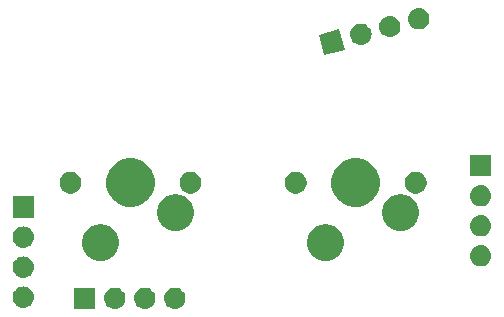
<source format=gbr>
G04 #@! TF.GenerationSoftware,KiCad,Pcbnew,(5.1.4)-1*
G04 #@! TF.CreationDate,2023-06-17T18:33:41-04:00*
G04 #@! TF.ProjectId,ThumbsUp,5468756d-6273-4557-902e-6b696361645f,rev?*
G04 #@! TF.SameCoordinates,Original*
G04 #@! TF.FileFunction,Soldermask,Top*
G04 #@! TF.FilePolarity,Negative*
%FSLAX46Y46*%
G04 Gerber Fmt 4.6, Leading zero omitted, Abs format (unit mm)*
G04 Created by KiCad (PCBNEW (5.1.4)-1) date 2023-06-17 18:33:41*
%MOMM*%
%LPD*%
G04 APERTURE LIST*
%ADD10C,0.100000*%
G04 APERTURE END LIST*
D10*
G36*
X101321113Y-356280093D02*
G01*
X101387297Y-356286611D01*
X101557136Y-356338131D01*
X101713661Y-356421796D01*
X101733047Y-356437706D01*
X101850856Y-356534388D01*
X101934118Y-356635845D01*
X101963448Y-356671583D01*
X102047113Y-356828108D01*
X102098633Y-356997947D01*
X102116029Y-357174574D01*
X102098633Y-357351201D01*
X102047113Y-357521040D01*
X101963448Y-357677565D01*
X101934118Y-357713303D01*
X101850856Y-357814760D01*
X101749399Y-357898022D01*
X101713661Y-357927352D01*
X101557136Y-358011017D01*
X101387297Y-358062537D01*
X101321113Y-358069055D01*
X101254930Y-358075574D01*
X101166410Y-358075574D01*
X101100227Y-358069055D01*
X101034043Y-358062537D01*
X100864204Y-358011017D01*
X100707679Y-357927352D01*
X100671941Y-357898022D01*
X100570484Y-357814760D01*
X100487222Y-357713303D01*
X100457892Y-357677565D01*
X100374227Y-357521040D01*
X100322707Y-357351201D01*
X100305311Y-357174574D01*
X100322707Y-356997947D01*
X100374227Y-356828108D01*
X100457892Y-356671583D01*
X100487222Y-356635845D01*
X100570484Y-356534388D01*
X100688293Y-356437706D01*
X100707679Y-356421796D01*
X100864204Y-356338131D01*
X101034043Y-356286611D01*
X101100227Y-356280093D01*
X101166410Y-356273574D01*
X101254930Y-356273574D01*
X101321113Y-356280093D01*
X101321113Y-356280093D01*
G37*
G36*
X99571670Y-358075574D02*
G01*
X97769670Y-358075574D01*
X97769670Y-356273574D01*
X99571670Y-356273574D01*
X99571670Y-358075574D01*
X99571670Y-358075574D01*
G37*
G36*
X106401113Y-356280093D02*
G01*
X106467297Y-356286611D01*
X106637136Y-356338131D01*
X106793661Y-356421796D01*
X106813047Y-356437706D01*
X106930856Y-356534388D01*
X107014118Y-356635845D01*
X107043448Y-356671583D01*
X107127113Y-356828108D01*
X107178633Y-356997947D01*
X107196029Y-357174574D01*
X107178633Y-357351201D01*
X107127113Y-357521040D01*
X107043448Y-357677565D01*
X107014118Y-357713303D01*
X106930856Y-357814760D01*
X106829399Y-357898022D01*
X106793661Y-357927352D01*
X106637136Y-358011017D01*
X106467297Y-358062537D01*
X106401113Y-358069055D01*
X106334930Y-358075574D01*
X106246410Y-358075574D01*
X106180227Y-358069055D01*
X106114043Y-358062537D01*
X105944204Y-358011017D01*
X105787679Y-357927352D01*
X105751941Y-357898022D01*
X105650484Y-357814760D01*
X105567222Y-357713303D01*
X105537892Y-357677565D01*
X105454227Y-357521040D01*
X105402707Y-357351201D01*
X105385311Y-357174574D01*
X105402707Y-356997947D01*
X105454227Y-356828108D01*
X105537892Y-356671583D01*
X105567222Y-356635845D01*
X105650484Y-356534388D01*
X105768293Y-356437706D01*
X105787679Y-356421796D01*
X105944204Y-356338131D01*
X106114043Y-356286611D01*
X106180227Y-356280093D01*
X106246410Y-356273574D01*
X106334930Y-356273574D01*
X106401113Y-356280093D01*
X106401113Y-356280093D01*
G37*
G36*
X103861113Y-356280093D02*
G01*
X103927297Y-356286611D01*
X104097136Y-356338131D01*
X104253661Y-356421796D01*
X104273047Y-356437706D01*
X104390856Y-356534388D01*
X104474118Y-356635845D01*
X104503448Y-356671583D01*
X104587113Y-356828108D01*
X104638633Y-356997947D01*
X104656029Y-357174574D01*
X104638633Y-357351201D01*
X104587113Y-357521040D01*
X104503448Y-357677565D01*
X104474118Y-357713303D01*
X104390856Y-357814760D01*
X104289399Y-357898022D01*
X104253661Y-357927352D01*
X104097136Y-358011017D01*
X103927297Y-358062537D01*
X103861113Y-358069055D01*
X103794930Y-358075574D01*
X103706410Y-358075574D01*
X103640227Y-358069055D01*
X103574043Y-358062537D01*
X103404204Y-358011017D01*
X103247679Y-357927352D01*
X103211941Y-357898022D01*
X103110484Y-357814760D01*
X103027222Y-357713303D01*
X102997892Y-357677565D01*
X102914227Y-357521040D01*
X102862707Y-357351201D01*
X102845311Y-357174574D01*
X102862707Y-356997947D01*
X102914227Y-356828108D01*
X102997892Y-356671583D01*
X103027222Y-356635845D01*
X103110484Y-356534388D01*
X103228293Y-356437706D01*
X103247679Y-356421796D01*
X103404204Y-356338131D01*
X103574043Y-356286611D01*
X103640227Y-356280093D01*
X103706410Y-356273574D01*
X103794930Y-356273574D01*
X103861113Y-356280093D01*
X103861113Y-356280093D01*
G37*
G36*
X93573822Y-356183410D02*
G01*
X93640007Y-356189929D01*
X93809846Y-356241449D01*
X93966371Y-356325114D01*
X93982232Y-356338131D01*
X94103566Y-356437706D01*
X94186828Y-356539163D01*
X94216158Y-356574901D01*
X94299823Y-356731426D01*
X94351343Y-356901265D01*
X94368739Y-357077892D01*
X94351343Y-357254519D01*
X94299823Y-357424358D01*
X94216158Y-357580883D01*
X94186828Y-357616621D01*
X94103566Y-357718078D01*
X94002109Y-357801340D01*
X93966371Y-357830670D01*
X93809846Y-357914335D01*
X93640007Y-357965855D01*
X93573823Y-357972373D01*
X93507640Y-357978892D01*
X93419120Y-357978892D01*
X93352937Y-357972373D01*
X93286753Y-357965855D01*
X93116914Y-357914335D01*
X92960389Y-357830670D01*
X92924651Y-357801340D01*
X92823194Y-357718078D01*
X92739932Y-357616621D01*
X92710602Y-357580883D01*
X92626937Y-357424358D01*
X92575417Y-357254519D01*
X92558021Y-357077892D01*
X92575417Y-356901265D01*
X92626937Y-356731426D01*
X92710602Y-356574901D01*
X92739932Y-356539163D01*
X92823194Y-356437706D01*
X92944528Y-356338131D01*
X92960389Y-356325114D01*
X93116914Y-356241449D01*
X93286753Y-356189929D01*
X93352938Y-356183410D01*
X93419120Y-356176892D01*
X93507640Y-356176892D01*
X93573822Y-356183410D01*
X93573822Y-356183410D01*
G37*
G36*
X93573822Y-353643410D02*
G01*
X93640007Y-353649929D01*
X93809846Y-353701449D01*
X93966371Y-353785114D01*
X94002109Y-353814444D01*
X94103566Y-353897706D01*
X94155884Y-353961457D01*
X94216158Y-354034901D01*
X94299823Y-354191426D01*
X94351343Y-354361265D01*
X94368739Y-354537892D01*
X94351343Y-354714519D01*
X94299823Y-354884358D01*
X94216158Y-355040883D01*
X94186828Y-355076621D01*
X94103566Y-355178078D01*
X94002109Y-355261340D01*
X93966371Y-355290670D01*
X93809846Y-355374335D01*
X93640007Y-355425855D01*
X93573822Y-355432374D01*
X93507640Y-355438892D01*
X93419120Y-355438892D01*
X93352938Y-355432374D01*
X93286753Y-355425855D01*
X93116914Y-355374335D01*
X92960389Y-355290670D01*
X92924651Y-355261340D01*
X92823194Y-355178078D01*
X92739932Y-355076621D01*
X92710602Y-355040883D01*
X92626937Y-354884358D01*
X92575417Y-354714519D01*
X92558021Y-354537892D01*
X92575417Y-354361265D01*
X92626937Y-354191426D01*
X92710602Y-354034901D01*
X92770876Y-353961457D01*
X92823194Y-353897706D01*
X92924651Y-353814444D01*
X92960389Y-353785114D01*
X93116914Y-353701449D01*
X93286753Y-353649929D01*
X93352938Y-353643410D01*
X93419120Y-353636892D01*
X93507640Y-353636892D01*
X93573822Y-353643410D01*
X93573822Y-353643410D01*
G37*
G36*
X132292302Y-352684232D02*
G01*
X132358486Y-352690750D01*
X132528325Y-352742270D01*
X132684850Y-352825935D01*
X132695084Y-352834334D01*
X132822045Y-352938527D01*
X132905307Y-353039984D01*
X132934637Y-353075722D01*
X133018302Y-353232247D01*
X133069822Y-353402086D01*
X133087218Y-353578713D01*
X133069822Y-353755340D01*
X133018302Y-353925179D01*
X132934637Y-354081704D01*
X132905307Y-354117442D01*
X132822045Y-354218899D01*
X132720588Y-354302161D01*
X132684850Y-354331491D01*
X132528325Y-354415156D01*
X132358486Y-354466676D01*
X132292302Y-354473194D01*
X132226119Y-354479713D01*
X132137599Y-354479713D01*
X132071416Y-354473194D01*
X132005232Y-354466676D01*
X131835393Y-354415156D01*
X131678868Y-354331491D01*
X131643130Y-354302161D01*
X131541673Y-354218899D01*
X131458411Y-354117442D01*
X131429081Y-354081704D01*
X131345416Y-353925179D01*
X131293896Y-353755340D01*
X131276500Y-353578713D01*
X131293896Y-353402086D01*
X131345416Y-353232247D01*
X131429081Y-353075722D01*
X131458411Y-353039984D01*
X131541673Y-352938527D01*
X131668634Y-352834334D01*
X131678868Y-352825935D01*
X131835393Y-352742270D01*
X132005232Y-352690750D01*
X132071416Y-352684232D01*
X132137599Y-352677713D01*
X132226119Y-352677713D01*
X132292302Y-352684232D01*
X132292302Y-352684232D01*
G37*
G36*
X119362585Y-350948863D02*
G01*
X119512410Y-350978665D01*
X119794674Y-351095582D01*
X120048705Y-351265320D01*
X120264741Y-351481356D01*
X120434479Y-351735387D01*
X120551396Y-352017651D01*
X120551396Y-352017652D01*
X120611000Y-352317300D01*
X120611000Y-352622822D01*
X120607965Y-352638078D01*
X120551396Y-352922471D01*
X120434479Y-353204735D01*
X120264741Y-353458766D01*
X120048705Y-353674802D01*
X119794674Y-353844540D01*
X119512410Y-353961457D01*
X119362585Y-353991259D01*
X119212761Y-354021061D01*
X118907239Y-354021061D01*
X118757415Y-353991259D01*
X118607590Y-353961457D01*
X118325326Y-353844540D01*
X118071295Y-353674802D01*
X117855259Y-353458766D01*
X117685521Y-353204735D01*
X117568604Y-352922471D01*
X117512035Y-352638078D01*
X117509000Y-352622822D01*
X117509000Y-352317300D01*
X117568604Y-352017652D01*
X117568604Y-352017651D01*
X117685521Y-351735387D01*
X117855259Y-351481356D01*
X118071295Y-351265320D01*
X118325326Y-351095582D01*
X118607590Y-350978665D01*
X118757415Y-350948863D01*
X118907239Y-350919061D01*
X119212761Y-350919061D01*
X119362585Y-350948863D01*
X119362585Y-350948863D01*
G37*
G36*
X100298631Y-350948863D02*
G01*
X100448456Y-350978665D01*
X100730720Y-351095582D01*
X100984751Y-351265320D01*
X101200787Y-351481356D01*
X101370525Y-351735387D01*
X101487442Y-352017651D01*
X101487442Y-352017652D01*
X101547046Y-352317300D01*
X101547046Y-352622822D01*
X101544011Y-352638078D01*
X101487442Y-352922471D01*
X101370525Y-353204735D01*
X101200787Y-353458766D01*
X100984751Y-353674802D01*
X100730720Y-353844540D01*
X100448456Y-353961457D01*
X100298631Y-353991259D01*
X100148807Y-354021061D01*
X99843285Y-354021061D01*
X99693461Y-353991259D01*
X99543636Y-353961457D01*
X99261372Y-353844540D01*
X99007341Y-353674802D01*
X98791305Y-353458766D01*
X98621567Y-353204735D01*
X98504650Y-352922471D01*
X98448081Y-352638078D01*
X98445046Y-352622822D01*
X98445046Y-352317300D01*
X98504650Y-352017652D01*
X98504650Y-352017651D01*
X98621567Y-351735387D01*
X98791305Y-351481356D01*
X99007341Y-351265320D01*
X99261372Y-351095582D01*
X99543636Y-350978665D01*
X99693461Y-350948863D01*
X99843285Y-350919061D01*
X100148807Y-350919061D01*
X100298631Y-350948863D01*
X100298631Y-350948863D01*
G37*
G36*
X93573823Y-351103411D02*
G01*
X93640007Y-351109929D01*
X93809846Y-351161449D01*
X93966371Y-351245114D01*
X93990992Y-351265320D01*
X94103566Y-351357706D01*
X94155884Y-351421457D01*
X94216158Y-351494901D01*
X94299823Y-351651426D01*
X94351343Y-351821265D01*
X94368739Y-351997892D01*
X94351343Y-352174519D01*
X94299823Y-352344358D01*
X94216158Y-352500883D01*
X94186828Y-352536621D01*
X94103566Y-352638078D01*
X94002109Y-352721340D01*
X93966371Y-352750670D01*
X93809846Y-352834335D01*
X93640007Y-352885855D01*
X93573823Y-352892373D01*
X93507640Y-352898892D01*
X93419120Y-352898892D01*
X93352937Y-352892373D01*
X93286753Y-352885855D01*
X93116914Y-352834335D01*
X92960389Y-352750670D01*
X92924651Y-352721340D01*
X92823194Y-352638078D01*
X92739932Y-352536621D01*
X92710602Y-352500883D01*
X92626937Y-352344358D01*
X92575417Y-352174519D01*
X92558021Y-351997892D01*
X92575417Y-351821265D01*
X92626937Y-351651426D01*
X92710602Y-351494901D01*
X92770876Y-351421457D01*
X92823194Y-351357706D01*
X92935768Y-351265320D01*
X92960389Y-351245114D01*
X93116914Y-351161449D01*
X93286753Y-351109929D01*
X93352937Y-351103411D01*
X93419120Y-351096892D01*
X93507640Y-351096892D01*
X93573823Y-351103411D01*
X93573823Y-351103411D01*
G37*
G36*
X132292301Y-350144231D02*
G01*
X132358486Y-350150750D01*
X132528325Y-350202270D01*
X132684850Y-350285935D01*
X132720588Y-350315265D01*
X132822045Y-350398527D01*
X132905307Y-350499984D01*
X132934637Y-350535722D01*
X133018302Y-350692247D01*
X133069822Y-350862086D01*
X133087218Y-351038713D01*
X133069822Y-351215340D01*
X133018302Y-351385179D01*
X132934637Y-351541704D01*
X132905307Y-351577442D01*
X132822045Y-351678899D01*
X132720588Y-351762161D01*
X132684850Y-351791491D01*
X132528325Y-351875156D01*
X132358486Y-351926676D01*
X132292302Y-351933194D01*
X132226119Y-351939713D01*
X132137599Y-351939713D01*
X132071416Y-351933194D01*
X132005232Y-351926676D01*
X131835393Y-351875156D01*
X131678868Y-351791491D01*
X131643130Y-351762161D01*
X131541673Y-351678899D01*
X131458411Y-351577442D01*
X131429081Y-351541704D01*
X131345416Y-351385179D01*
X131293896Y-351215340D01*
X131276500Y-351038713D01*
X131293896Y-350862086D01*
X131345416Y-350692247D01*
X131429081Y-350535722D01*
X131458411Y-350499984D01*
X131541673Y-350398527D01*
X131643130Y-350315265D01*
X131678868Y-350285935D01*
X131835393Y-350202270D01*
X132005232Y-350150750D01*
X132071417Y-350144231D01*
X132137599Y-350137713D01*
X132226119Y-350137713D01*
X132292301Y-350144231D01*
X132292301Y-350144231D01*
G37*
G36*
X106648631Y-348408863D02*
G01*
X106798456Y-348438665D01*
X107080720Y-348555582D01*
X107334751Y-348725320D01*
X107550787Y-348941356D01*
X107720525Y-349195387D01*
X107837442Y-349477651D01*
X107897046Y-349777301D01*
X107897046Y-350082821D01*
X107837442Y-350382471D01*
X107720525Y-350664735D01*
X107550787Y-350918766D01*
X107334751Y-351134802D01*
X107080720Y-351304540D01*
X106798456Y-351421457D01*
X106648631Y-351451259D01*
X106498807Y-351481061D01*
X106193285Y-351481061D01*
X106043461Y-351451259D01*
X105893636Y-351421457D01*
X105611372Y-351304540D01*
X105357341Y-351134802D01*
X105141305Y-350918766D01*
X104971567Y-350664735D01*
X104854650Y-350382471D01*
X104795046Y-350082821D01*
X104795046Y-349777301D01*
X104854650Y-349477651D01*
X104971567Y-349195387D01*
X105141305Y-348941356D01*
X105357341Y-348725320D01*
X105611372Y-348555582D01*
X105893636Y-348438665D01*
X106043461Y-348408863D01*
X106193285Y-348379061D01*
X106498807Y-348379061D01*
X106648631Y-348408863D01*
X106648631Y-348408863D01*
G37*
G36*
X125712585Y-348408863D02*
G01*
X125862410Y-348438665D01*
X126144674Y-348555582D01*
X126398705Y-348725320D01*
X126614741Y-348941356D01*
X126784479Y-349195387D01*
X126901396Y-349477651D01*
X126961000Y-349777301D01*
X126961000Y-350082821D01*
X126901396Y-350382471D01*
X126784479Y-350664735D01*
X126614741Y-350918766D01*
X126398705Y-351134802D01*
X126144674Y-351304540D01*
X125862410Y-351421457D01*
X125712585Y-351451259D01*
X125562761Y-351481061D01*
X125257239Y-351481061D01*
X125107415Y-351451259D01*
X124957590Y-351421457D01*
X124675326Y-351304540D01*
X124421295Y-351134802D01*
X124205259Y-350918766D01*
X124035521Y-350664735D01*
X123918604Y-350382471D01*
X123859000Y-350082821D01*
X123859000Y-349777301D01*
X123918604Y-349477651D01*
X124035521Y-349195387D01*
X124205259Y-348941356D01*
X124421295Y-348725320D01*
X124675326Y-348555582D01*
X124957590Y-348438665D01*
X125107415Y-348408863D01*
X125257239Y-348379061D01*
X125562761Y-348379061D01*
X125712585Y-348408863D01*
X125712585Y-348408863D01*
G37*
G36*
X94364380Y-350358892D02*
G01*
X92562380Y-350358892D01*
X92562380Y-348556892D01*
X94364380Y-348556892D01*
X94364380Y-350358892D01*
X94364380Y-350358892D01*
G37*
G36*
X103132520Y-345423745D02*
G01*
X103350520Y-345514044D01*
X103504669Y-345577894D01*
X103839594Y-345801684D01*
X104124423Y-346086513D01*
X104348213Y-346421438D01*
X104380608Y-346499647D01*
X104502362Y-346793587D01*
X104580946Y-347188655D01*
X104580946Y-347591467D01*
X104502362Y-347986535D01*
X104433722Y-348152247D01*
X104348213Y-348358684D01*
X104124423Y-348693609D01*
X103839594Y-348978438D01*
X103504669Y-349202228D01*
X103350520Y-349266078D01*
X103132520Y-349356377D01*
X102737452Y-349434961D01*
X102334640Y-349434961D01*
X101939572Y-349356377D01*
X101721572Y-349266078D01*
X101567423Y-349202228D01*
X101232498Y-348978438D01*
X100947669Y-348693609D01*
X100723879Y-348358684D01*
X100638370Y-348152247D01*
X100569730Y-347986535D01*
X100491146Y-347591467D01*
X100491146Y-347188655D01*
X100569730Y-346793587D01*
X100691484Y-346499647D01*
X100723879Y-346421438D01*
X100947669Y-346086513D01*
X101232498Y-345801684D01*
X101567423Y-345577894D01*
X101721572Y-345514044D01*
X101939572Y-345423745D01*
X102334640Y-345345161D01*
X102737452Y-345345161D01*
X103132520Y-345423745D01*
X103132520Y-345423745D01*
G37*
G36*
X122196474Y-345423745D02*
G01*
X122414474Y-345514044D01*
X122568623Y-345577894D01*
X122903548Y-345801684D01*
X123188377Y-346086513D01*
X123412167Y-346421438D01*
X123444562Y-346499647D01*
X123566316Y-346793587D01*
X123644900Y-347188655D01*
X123644900Y-347591467D01*
X123566316Y-347986535D01*
X123497676Y-348152247D01*
X123412167Y-348358684D01*
X123188377Y-348693609D01*
X122903548Y-348978438D01*
X122568623Y-349202228D01*
X122414474Y-349266078D01*
X122196474Y-349356377D01*
X121801406Y-349434961D01*
X121398594Y-349434961D01*
X121003526Y-349356377D01*
X120785526Y-349266078D01*
X120631377Y-349202228D01*
X120296452Y-348978438D01*
X120011623Y-348693609D01*
X119787833Y-348358684D01*
X119702324Y-348152247D01*
X119633684Y-347986535D01*
X119555100Y-347591467D01*
X119555100Y-347188655D01*
X119633684Y-346793587D01*
X119755438Y-346499647D01*
X119787833Y-346421438D01*
X120011623Y-346086513D01*
X120296452Y-345801684D01*
X120631377Y-345577894D01*
X120785526Y-345514044D01*
X121003526Y-345423745D01*
X121398594Y-345345161D01*
X121801406Y-345345161D01*
X122196474Y-345423745D01*
X122196474Y-345423745D01*
G37*
G36*
X132292301Y-347604231D02*
G01*
X132358486Y-347610750D01*
X132528325Y-347662270D01*
X132684850Y-347745935D01*
X132720588Y-347775265D01*
X132822045Y-347858527D01*
X132905307Y-347959984D01*
X132934637Y-347995722D01*
X133018302Y-348152247D01*
X133069822Y-348322086D01*
X133087218Y-348498713D01*
X133069822Y-348675340D01*
X133018302Y-348845179D01*
X132934637Y-349001704D01*
X132905307Y-349037442D01*
X132822045Y-349138899D01*
X132744877Y-349202228D01*
X132684850Y-349251491D01*
X132528325Y-349335156D01*
X132358486Y-349386676D01*
X132292301Y-349393195D01*
X132226119Y-349399713D01*
X132137599Y-349399713D01*
X132071417Y-349393195D01*
X132005232Y-349386676D01*
X131835393Y-349335156D01*
X131678868Y-349251491D01*
X131618841Y-349202228D01*
X131541673Y-349138899D01*
X131458411Y-349037442D01*
X131429081Y-349001704D01*
X131345416Y-348845179D01*
X131293896Y-348675340D01*
X131276500Y-348498713D01*
X131293896Y-348322086D01*
X131345416Y-348152247D01*
X131429081Y-347995722D01*
X131458411Y-347959984D01*
X131541673Y-347858527D01*
X131643130Y-347775265D01*
X131678868Y-347745935D01*
X131835393Y-347662270D01*
X132005232Y-347610750D01*
X132071417Y-347604231D01*
X132137599Y-347597713D01*
X132226119Y-347597713D01*
X132292301Y-347604231D01*
X132292301Y-347604231D01*
G37*
G36*
X116790104Y-346499646D02*
G01*
X116958626Y-346569450D01*
X117110291Y-346670789D01*
X117239272Y-346799770D01*
X117340611Y-346951435D01*
X117410415Y-347119957D01*
X117446000Y-347298858D01*
X117446000Y-347481264D01*
X117410415Y-347660165D01*
X117340611Y-347828687D01*
X117239272Y-347980352D01*
X117110291Y-348109333D01*
X116958626Y-348210672D01*
X116790104Y-348280476D01*
X116611203Y-348316061D01*
X116428797Y-348316061D01*
X116249896Y-348280476D01*
X116081374Y-348210672D01*
X115929709Y-348109333D01*
X115800728Y-347980352D01*
X115699389Y-347828687D01*
X115629585Y-347660165D01*
X115594000Y-347481264D01*
X115594000Y-347298858D01*
X115629585Y-347119957D01*
X115699389Y-346951435D01*
X115800728Y-346799770D01*
X115929709Y-346670789D01*
X116081374Y-346569450D01*
X116249896Y-346499646D01*
X116428797Y-346464061D01*
X116611203Y-346464061D01*
X116790104Y-346499646D01*
X116790104Y-346499646D01*
G37*
G36*
X97726150Y-346499646D02*
G01*
X97894672Y-346569450D01*
X98046337Y-346670789D01*
X98175318Y-346799770D01*
X98276657Y-346951435D01*
X98346461Y-347119957D01*
X98382046Y-347298858D01*
X98382046Y-347481264D01*
X98346461Y-347660165D01*
X98276657Y-347828687D01*
X98175318Y-347980352D01*
X98046337Y-348109333D01*
X97894672Y-348210672D01*
X97726150Y-348280476D01*
X97547249Y-348316061D01*
X97364843Y-348316061D01*
X97185942Y-348280476D01*
X97017420Y-348210672D01*
X96865755Y-348109333D01*
X96736774Y-347980352D01*
X96635435Y-347828687D01*
X96565631Y-347660165D01*
X96530046Y-347481264D01*
X96530046Y-347298858D01*
X96565631Y-347119957D01*
X96635435Y-346951435D01*
X96736774Y-346799770D01*
X96865755Y-346670789D01*
X97017420Y-346569450D01*
X97185942Y-346499646D01*
X97364843Y-346464061D01*
X97547249Y-346464061D01*
X97726150Y-346499646D01*
X97726150Y-346499646D01*
G37*
G36*
X107886150Y-346499646D02*
G01*
X108054672Y-346569450D01*
X108206337Y-346670789D01*
X108335318Y-346799770D01*
X108436657Y-346951435D01*
X108506461Y-347119957D01*
X108542046Y-347298858D01*
X108542046Y-347481264D01*
X108506461Y-347660165D01*
X108436657Y-347828687D01*
X108335318Y-347980352D01*
X108206337Y-348109333D01*
X108054672Y-348210672D01*
X107886150Y-348280476D01*
X107707249Y-348316061D01*
X107524843Y-348316061D01*
X107345942Y-348280476D01*
X107177420Y-348210672D01*
X107025755Y-348109333D01*
X106896774Y-347980352D01*
X106795435Y-347828687D01*
X106725631Y-347660165D01*
X106690046Y-347481264D01*
X106690046Y-347298858D01*
X106725631Y-347119957D01*
X106795435Y-346951435D01*
X106896774Y-346799770D01*
X107025755Y-346670789D01*
X107177420Y-346569450D01*
X107345942Y-346499646D01*
X107524843Y-346464061D01*
X107707249Y-346464061D01*
X107886150Y-346499646D01*
X107886150Y-346499646D01*
G37*
G36*
X126950104Y-346499646D02*
G01*
X127118626Y-346569450D01*
X127270291Y-346670789D01*
X127399272Y-346799770D01*
X127500611Y-346951435D01*
X127570415Y-347119957D01*
X127606000Y-347298858D01*
X127606000Y-347481264D01*
X127570415Y-347660165D01*
X127500611Y-347828687D01*
X127399272Y-347980352D01*
X127270291Y-348109333D01*
X127118626Y-348210672D01*
X126950104Y-348280476D01*
X126771203Y-348316061D01*
X126588797Y-348316061D01*
X126409896Y-348280476D01*
X126241374Y-348210672D01*
X126089709Y-348109333D01*
X125960728Y-347980352D01*
X125859389Y-347828687D01*
X125789585Y-347660165D01*
X125754000Y-347481264D01*
X125754000Y-347298858D01*
X125789585Y-347119957D01*
X125859389Y-346951435D01*
X125960728Y-346799770D01*
X126089709Y-346670789D01*
X126241374Y-346569450D01*
X126409896Y-346499646D01*
X126588797Y-346464061D01*
X126771203Y-346464061D01*
X126950104Y-346499646D01*
X126950104Y-346499646D01*
G37*
G36*
X133082859Y-346859713D02*
G01*
X131280859Y-346859713D01*
X131280859Y-345057713D01*
X133082859Y-345057713D01*
X133082859Y-346859713D01*
X133082859Y-346859713D01*
G37*
G36*
X120690276Y-336127694D02*
G01*
X118949678Y-336594086D01*
X118483286Y-334853488D01*
X120223884Y-334387096D01*
X120690276Y-336127694D01*
X120690276Y-336127694D01*
G37*
G36*
X122150676Y-333938710D02*
G01*
X122216860Y-333945228D01*
X122386699Y-333996748D01*
X122543224Y-334080413D01*
X122578962Y-334109743D01*
X122680419Y-334193005D01*
X122763681Y-334294462D01*
X122793011Y-334330200D01*
X122876676Y-334486725D01*
X122928196Y-334656564D01*
X122945592Y-334833191D01*
X122928196Y-335009818D01*
X122876676Y-335179657D01*
X122793011Y-335336182D01*
X122763681Y-335371920D01*
X122680419Y-335473377D01*
X122578962Y-335556639D01*
X122543224Y-335585969D01*
X122386699Y-335669634D01*
X122216860Y-335721154D01*
X122150675Y-335727673D01*
X122084493Y-335734191D01*
X121995973Y-335734191D01*
X121929791Y-335727673D01*
X121863606Y-335721154D01*
X121693767Y-335669634D01*
X121537242Y-335585969D01*
X121501504Y-335556639D01*
X121400047Y-335473377D01*
X121316785Y-335371920D01*
X121287455Y-335336182D01*
X121203790Y-335179657D01*
X121152270Y-335009818D01*
X121134874Y-334833191D01*
X121152270Y-334656564D01*
X121203790Y-334486725D01*
X121287455Y-334330200D01*
X121316785Y-334294462D01*
X121400047Y-334193005D01*
X121501504Y-334109743D01*
X121537242Y-334080413D01*
X121693767Y-333996748D01*
X121863606Y-333945228D01*
X121929790Y-333938710D01*
X121995973Y-333932191D01*
X122084493Y-333932191D01*
X122150676Y-333938710D01*
X122150676Y-333938710D01*
G37*
G36*
X124604126Y-333281308D02*
G01*
X124670311Y-333287827D01*
X124840150Y-333339347D01*
X124996675Y-333423012D01*
X125032413Y-333452342D01*
X125133870Y-333535604D01*
X125217132Y-333637061D01*
X125246462Y-333672799D01*
X125330127Y-333829324D01*
X125381647Y-333999163D01*
X125399043Y-334175790D01*
X125381647Y-334352417D01*
X125330127Y-334522256D01*
X125246462Y-334678781D01*
X125217132Y-334714519D01*
X125133870Y-334815976D01*
X125032413Y-334899238D01*
X124996675Y-334928568D01*
X124840150Y-335012233D01*
X124670311Y-335063753D01*
X124604127Y-335070271D01*
X124537944Y-335076790D01*
X124449424Y-335076790D01*
X124383241Y-335070271D01*
X124317057Y-335063753D01*
X124147218Y-335012233D01*
X123990693Y-334928568D01*
X123954955Y-334899238D01*
X123853498Y-334815976D01*
X123770236Y-334714519D01*
X123740906Y-334678781D01*
X123657241Y-334522256D01*
X123605721Y-334352417D01*
X123588325Y-334175790D01*
X123605721Y-333999163D01*
X123657241Y-333829324D01*
X123740906Y-333672799D01*
X123770236Y-333637061D01*
X123853498Y-333535604D01*
X123954955Y-333452342D01*
X123990693Y-333423012D01*
X124147218Y-333339347D01*
X124317057Y-333287827D01*
X124383242Y-333281308D01*
X124449424Y-333274790D01*
X124537944Y-333274790D01*
X124604126Y-333281308D01*
X124604126Y-333281308D01*
G37*
G36*
X127057578Y-332623908D02*
G01*
X127123763Y-332630427D01*
X127293602Y-332681947D01*
X127450127Y-332765612D01*
X127485865Y-332794942D01*
X127587322Y-332878204D01*
X127670584Y-332979661D01*
X127699914Y-333015399D01*
X127783579Y-333171924D01*
X127835099Y-333341763D01*
X127852495Y-333518390D01*
X127835099Y-333695017D01*
X127783579Y-333864856D01*
X127699914Y-334021381D01*
X127670584Y-334057119D01*
X127587322Y-334158576D01*
X127485865Y-334241838D01*
X127450127Y-334271168D01*
X127293602Y-334354833D01*
X127123763Y-334406353D01*
X127057579Y-334412871D01*
X126991396Y-334419390D01*
X126902876Y-334419390D01*
X126836693Y-334412871D01*
X126770509Y-334406353D01*
X126600670Y-334354833D01*
X126444145Y-334271168D01*
X126408407Y-334241838D01*
X126306950Y-334158576D01*
X126223688Y-334057119D01*
X126194358Y-334021381D01*
X126110693Y-333864856D01*
X126059173Y-333695017D01*
X126041777Y-333518390D01*
X126059173Y-333341763D01*
X126110693Y-333171924D01*
X126194358Y-333015399D01*
X126223688Y-332979661D01*
X126306950Y-332878204D01*
X126408407Y-332794942D01*
X126444145Y-332765612D01*
X126600670Y-332681947D01*
X126770509Y-332630427D01*
X126836694Y-332623908D01*
X126902876Y-332617390D01*
X126991396Y-332617390D01*
X127057578Y-332623908D01*
X127057578Y-332623908D01*
G37*
M02*

</source>
